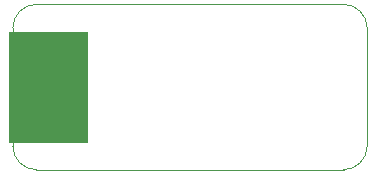
<source format=gbr>
G04*
G04 #@! TF.GenerationSoftware,Altium Limited,Altium Designer,24.8.2 (39)*
G04*
G04 Layer_Color=0*
%FSLAX25Y25*%
%MOIN*%
G70*
G04*
G04 #@! TF.SameCoordinates,C8608415-0D93-4E33-BC52-9C0F9C252278*
G04*
G04*
G04 #@! TF.FilePolarity,Positive*
G04*
G01*
G75*
%ADD33C,0.00100*%
G36*
X-1283Y46059D02*
X25216D01*
Y9059D01*
X-1283D01*
Y46059D01*
D02*
G37*
D33*
X0Y7874D02*
Y47244D01*
D02*
G02*
X7874Y55118I7874J0D01*
G01*
X110236Y55118D01*
D02*
G02*
X118110Y47244I-0J-7874D01*
G01*
Y7874D01*
D02*
G02*
X110236Y0I-7874J0D01*
G01*
X7874Y0D01*
D02*
G02*
X0Y7874I0J7874D01*
G01*
M02*

</source>
